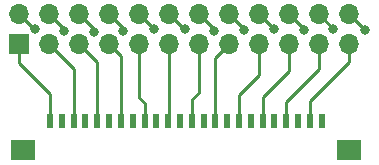
<source format=gbr>
%TF.GenerationSoftware,KiCad,Pcbnew,7.0.6*%
%TF.CreationDate,2025-05-22T13:23:26+01:00*%
%TF.ProjectId,CubeConnector,43756265-436f-46e6-9e65-63746f722e6b,rev?*%
%TF.SameCoordinates,Original*%
%TF.FileFunction,Copper,L1,Top*%
%TF.FilePolarity,Positive*%
%FSLAX46Y46*%
G04 Gerber Fmt 4.6, Leading zero omitted, Abs format (unit mm)*
G04 Created by KiCad (PCBNEW 7.0.6) date 2025-05-22 13:23:26*
%MOMM*%
%LPD*%
G01*
G04 APERTURE LIST*
%TA.AperFunction,ComponentPad*%
%ADD10R,1.700000X1.700000*%
%TD*%
%TA.AperFunction,ComponentPad*%
%ADD11O,1.700000X1.700000*%
%TD*%
%TA.AperFunction,SMDPad,CuDef*%
%ADD12R,2.000000X1.800000*%
%TD*%
%TA.AperFunction,SMDPad,CuDef*%
%ADD13R,0.600000X1.300000*%
%TD*%
%TA.AperFunction,ViaPad*%
%ADD14C,0.800000*%
%TD*%
%TA.AperFunction,Conductor*%
%ADD15C,0.250000*%
%TD*%
G04 APERTURE END LIST*
D10*
%TO.P,REF\u002A\u002A,1*%
%TO.N,N/C*%
X61280000Y-24600000D03*
D11*
%TO.P,REF\u002A\u002A,2*%
X61280000Y-22060000D03*
%TO.P,REF\u002A\u002A,3*%
X63820000Y-24600000D03*
%TO.P,REF\u002A\u002A,4*%
X63820000Y-22060000D03*
%TO.P,REF\u002A\u002A,5*%
X66360000Y-24600000D03*
%TO.P,REF\u002A\u002A,6*%
X66360000Y-22060000D03*
%TO.P,REF\u002A\u002A,7*%
X68900000Y-24600000D03*
%TO.P,REF\u002A\u002A,8*%
X68900000Y-22060000D03*
%TO.P,REF\u002A\u002A,9*%
X71440000Y-24600000D03*
%TO.P,REF\u002A\u002A,10*%
X71440000Y-22060000D03*
%TO.P,REF\u002A\u002A,11*%
X73980000Y-24600000D03*
%TO.P,REF\u002A\u002A,12*%
X73980000Y-22060000D03*
%TO.P,REF\u002A\u002A,13*%
X76520000Y-24600000D03*
%TO.P,REF\u002A\u002A,14*%
X76520000Y-22060000D03*
%TO.P,REF\u002A\u002A,15*%
X79060000Y-24600000D03*
%TO.P,REF\u002A\u002A,16*%
X79060000Y-22060000D03*
%TO.P,REF\u002A\u002A,17*%
X81600000Y-24600000D03*
%TO.P,REF\u002A\u002A,18*%
X81600000Y-22060000D03*
%TO.P,REF\u002A\u002A,19*%
X84140000Y-24600000D03*
%TO.P,REF\u002A\u002A,20*%
X84140000Y-22060000D03*
%TO.P,REF\u002A\u002A,21*%
X86680000Y-24600000D03*
%TO.P,REF\u002A\u002A,22*%
X86680000Y-22060000D03*
%TO.P,REF\u002A\u002A,23*%
X89220000Y-24600000D03*
%TO.P,REF\u002A\u002A,24*%
X89220000Y-22060000D03*
%TD*%
D12*
%TO.P,REF\u002A\u002A,0*%
%TO.N,N/C*%
X61600000Y-33600000D03*
X89200000Y-33600000D03*
D13*
%TO.P,REF\u002A\u002A,1*%
X63900000Y-31100000D03*
%TO.P,REF\u002A\u002A,2*%
X64900000Y-31100000D03*
%TO.P,REF\u002A\u002A,3*%
X65900000Y-31100000D03*
%TO.P,REF\u002A\u002A,4*%
X66900000Y-31100000D03*
%TO.P,REF\u002A\u002A,5*%
X67900000Y-31100000D03*
%TO.P,REF\u002A\u002A,6*%
X68900000Y-31100000D03*
%TO.P,REF\u002A\u002A,7*%
X69900000Y-31100000D03*
%TO.P,REF\u002A\u002A,8*%
X70900000Y-31100000D03*
%TO.P,REF\u002A\u002A,9*%
X71900000Y-31100000D03*
%TO.P,REF\u002A\u002A,10*%
X72900000Y-31100000D03*
%TO.P,REF\u002A\u002A,11*%
X73900000Y-31100000D03*
%TO.P,REF\u002A\u002A,12*%
X74900000Y-31100000D03*
%TO.P,REF\u002A\u002A,13*%
X75900000Y-31100000D03*
%TO.P,REF\u002A\u002A,14*%
X76900000Y-31100000D03*
%TO.P,REF\u002A\u002A,15*%
X77900000Y-31100000D03*
%TO.P,REF\u002A\u002A,16*%
X78900000Y-31100000D03*
%TO.P,REF\u002A\u002A,17*%
X79900000Y-31100000D03*
%TO.P,REF\u002A\u002A,18*%
X80900000Y-31100000D03*
%TO.P,REF\u002A\u002A,19*%
X81900000Y-31100000D03*
%TO.P,REF\u002A\u002A,20*%
X82900000Y-31100000D03*
%TO.P,REF\u002A\u002A,21*%
X83900000Y-31100000D03*
%TO.P,REF\u002A\u002A,22*%
X84900000Y-31100000D03*
%TO.P,REF\u002A\u002A,23*%
X85900000Y-31100000D03*
%TO.P,REF\u002A\u002A,24*%
X86900000Y-31100000D03*
%TD*%
D14*
%TO.N,*%
X90600000Y-23400000D03*
X87900000Y-23300000D03*
X85400000Y-23400000D03*
X82900000Y-23300000D03*
X80300000Y-23400000D03*
X77800000Y-23500000D03*
X75300000Y-23300000D03*
X72700000Y-23300000D03*
X70100000Y-23500000D03*
X67600000Y-23600000D03*
X65100000Y-23500000D03*
X62600000Y-23300000D03*
%TD*%
D15*
%TO.N,*%
X90600000Y-23400000D02*
X90560000Y-23400000D01*
X90560000Y-23400000D02*
X89220000Y-22060000D01*
X87900000Y-23280000D02*
X86680000Y-22060000D01*
X87900000Y-23300000D02*
X87900000Y-23280000D01*
X85400000Y-23400000D02*
X85400000Y-23320000D01*
X85400000Y-23320000D02*
X84140000Y-22060000D01*
X82900000Y-23300000D02*
X82840000Y-23300000D01*
X82840000Y-23300000D02*
X81600000Y-22060000D01*
X80300000Y-23400000D02*
X80300000Y-23300000D01*
X80300000Y-23300000D02*
X79060000Y-22060000D01*
X77800000Y-23340000D02*
X76520000Y-22060000D01*
X77800000Y-23500000D02*
X77800000Y-23340000D01*
X75220000Y-23300000D02*
X73980000Y-22060000D01*
X75300000Y-23300000D02*
X75220000Y-23300000D01*
X72680000Y-23300000D02*
X71440000Y-22060000D01*
X72700000Y-23300000D02*
X72680000Y-23300000D01*
X70100000Y-23500000D02*
X70100000Y-23260000D01*
X70100000Y-23260000D02*
X68900000Y-22060000D01*
X67600000Y-23300000D02*
X66360000Y-22060000D01*
X67600000Y-23600000D02*
X67600000Y-23300000D01*
X65100000Y-23340000D02*
X63820000Y-22060000D01*
X65100000Y-23500000D02*
X65100000Y-23340000D01*
X62520000Y-23300000D02*
X61280000Y-22060000D01*
X62600000Y-23300000D02*
X62520000Y-23300000D01*
X71900000Y-29600000D02*
X71900000Y-31100000D01*
X71440000Y-24600000D02*
X71440000Y-29140000D01*
X84140000Y-26860000D02*
X81900000Y-29100000D01*
X66360000Y-24600000D02*
X67900000Y-26140000D01*
X85900000Y-29400000D02*
X85900000Y-31100000D01*
X67900000Y-26140000D02*
X67900000Y-31100000D01*
X89220000Y-26080000D02*
X85900000Y-29400000D01*
X86680000Y-24600000D02*
X86680000Y-26720000D01*
X79060000Y-24600000D02*
X77900000Y-25760000D01*
X61280000Y-26180000D02*
X63900000Y-28800000D01*
X81600000Y-27200000D02*
X79900000Y-28900000D01*
X81900000Y-29100000D02*
X81900000Y-31100000D01*
X86680000Y-26720000D02*
X83900000Y-29500000D01*
X75900000Y-29300000D02*
X75900000Y-31100000D01*
X68900000Y-24600000D02*
X69900000Y-25600000D01*
X76520000Y-24600000D02*
X76520000Y-28680000D01*
X73980000Y-24600000D02*
X73980000Y-31020000D01*
X77900000Y-25760000D02*
X77900000Y-31100000D01*
X76520000Y-28680000D02*
X75900000Y-29300000D01*
X73980000Y-31020000D02*
X73900000Y-31100000D01*
X71440000Y-29140000D02*
X71900000Y-29600000D01*
X63820000Y-24600000D02*
X65900000Y-26680000D01*
X79900000Y-28900000D02*
X79900000Y-31100000D01*
X61280000Y-24600000D02*
X61280000Y-26180000D01*
X84140000Y-24600000D02*
X84140000Y-26860000D01*
X65900000Y-26680000D02*
X65900000Y-31100000D01*
X83900000Y-29500000D02*
X83900000Y-31100000D01*
X63900000Y-28800000D02*
X63900000Y-31100000D01*
X81600000Y-24600000D02*
X81600000Y-27200000D01*
X69900000Y-25600000D02*
X69900000Y-31100000D01*
X89220000Y-24600000D02*
X89220000Y-26080000D01*
%TD*%
M02*

</source>
